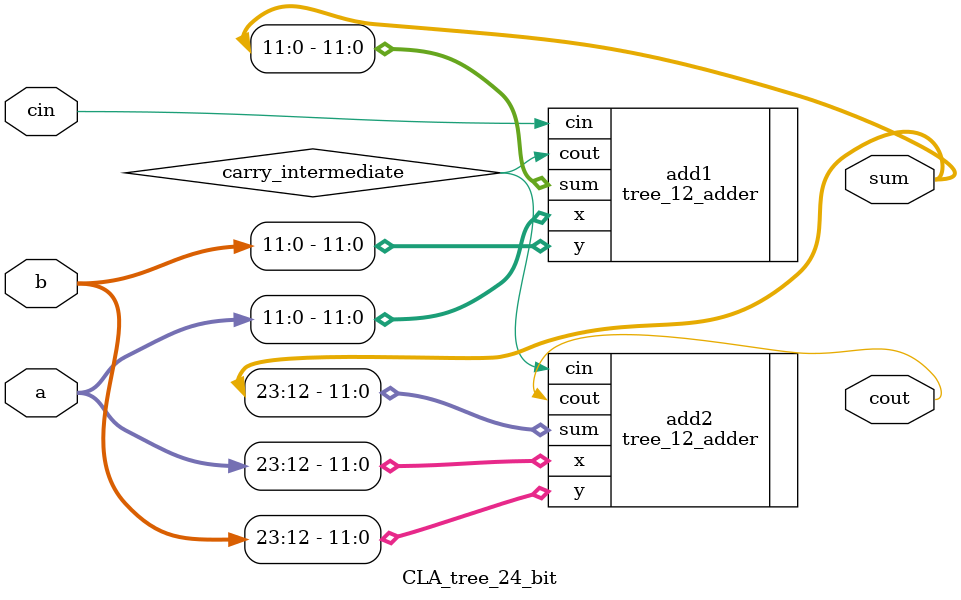
<source format=v>
`timescale 1ns / 1ps


module CLA_tree_24_bit(
    input [23:0] a,
    input [23:0] b,
    input cin,
    output cout,
    output [23:0] sum
    );
    
    wire carry_intermediate;
    
    tree_12_adder add1(
        .x(a[11:0]), 
        .y(b[11:0]), 
        .cin(cin), 
        .cout(carry_intermediate), 
        .sum(sum[11:0]));
    
    tree_12_adder add2(
        .x(a[23:12]), 
        .y(b[23:12]), 
        .cin(carry_intermediate), 
        .cout(cout), 
        .sum(sum[23:12]) );
    
endmodule

</source>
